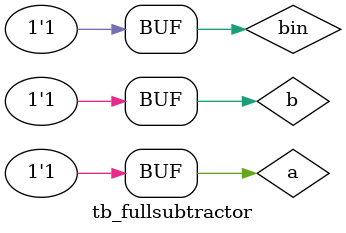
<source format=v>
module tb_fullsubtractor;
reg a,b,bin;
wire diff,borrow;
fullsubtractor UUT(.a(a),.b(b),.bin(bin),.diff(diff),.borrow(borrow));
initial begin
$monitor($time,"a=%b b=%b bin=%b diff=%b borrow=%b",a,b,bin,diff,borrow);
a=0;
b=0;
bin=0;
#10
a=0;
b=0;
bin=1;
#10
a=0;
b=1;
bin=0;
#10
a=0;
b=1;
bin=1;
#10
a=1;
b=0;
bin=0;
#10
a=1;
b=0;
bin=1;
#10
a=1;
b=1;
bin=0;
#10
a=1;
b=1;
bin=1;
end
endmodule

</source>
